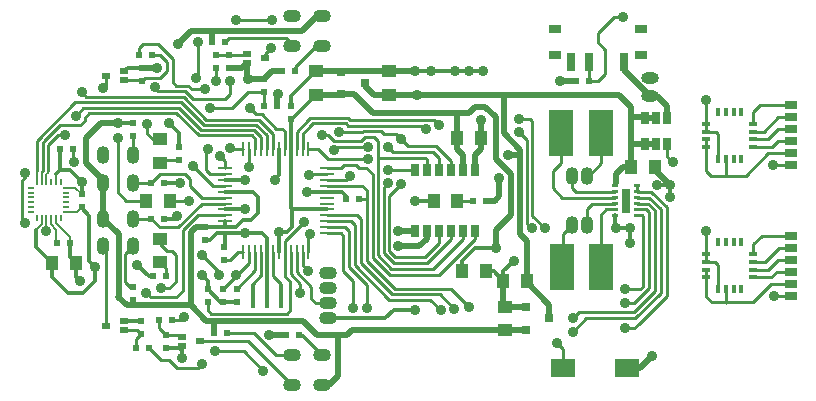
<source format=gtl>
G04 #@! TF.FileFunction,Copper,L1,Top,Signal*
%FSLAX46Y46*%
G04 Gerber Fmt 4.6, Leading zero omitted, Abs format (unit mm)*
G04 Created by KiCad (PCBNEW 4.0.0-rc2-stable) date 2016/07/16 8:54:14*
%MOMM*%
G01*
G04 APERTURE LIST*
%ADD10C,0.150000*%
%ADD11R,1.000000X1.250000*%
%ADD12R,0.600000X0.500000*%
%ADD13R,0.500000X0.600000*%
%ADD14R,1.250000X1.000000*%
%ADD15O,1.500000X1.100000*%
%ADD16O,1.100000X1.500000*%
%ADD17R,2.000000X3.900000*%
%ADD18O,1.500000X1.000000*%
%ADD19R,0.800000X1.000000*%
%ADD20R,1.000000X0.800000*%
%ADD21R,0.650000X1.060000*%
%ADD22R,0.700000X1.500000*%
%ADD23R,2.000000X1.600000*%
%ADD24R,0.500000X0.200000*%
%ADD25R,0.600000X0.200000*%
%ADD26R,0.200000X0.500000*%
%ADD27R,0.200000X0.600000*%
%ADD28R,0.250000X1.300000*%
%ADD29R,1.300000X0.250000*%
%ADD30R,0.800000X0.350000*%
%ADD31R,0.350000X0.800000*%
%ADD32R,0.400000X2.000000*%
%ADD33R,0.800000X0.500000*%
%ADD34R,0.800100X0.800100*%
%ADD35C,0.889000*%
%ADD36C,0.254000*%
%ADD37C,0.300000*%
%ADD38C,0.500000*%
%ADD39C,0.160000*%
G04 APERTURE END LIST*
D10*
D11*
X103394000Y-87731600D03*
X105394000Y-87731600D03*
D12*
X103793200Y-86106000D03*
X104893200Y-86106000D03*
D13*
X105918000Y-81949200D03*
X105918000Y-83049200D03*
X116332000Y-84730500D03*
X116332000Y-85830500D03*
X123634500Y-75543500D03*
X123634500Y-74443500D03*
D14*
X131953000Y-73517000D03*
X131953000Y-71517000D03*
D11*
X143621000Y-89281000D03*
X141621000Y-89281000D03*
D13*
X117983000Y-87545000D03*
X117983000Y-86445000D03*
D14*
X125730000Y-73517000D03*
X125730000Y-71517000D03*
X141732000Y-93456000D03*
X141732000Y-91456000D03*
D11*
X154416000Y-79629000D03*
X152416000Y-79629000D03*
X139684000Y-77216000D03*
X137684000Y-77216000D03*
X140128500Y-88455500D03*
X138128500Y-88455500D03*
D15*
X123761500Y-69405500D03*
X123761500Y-66865500D03*
D16*
X110286800Y-78638400D03*
X107746800Y-78638400D03*
X110286800Y-86360000D03*
X107746800Y-86360000D03*
D11*
X137715500Y-82486500D03*
X135715500Y-82486500D03*
D15*
X123748800Y-95554800D03*
X123748800Y-98094800D03*
D14*
X112522000Y-85715600D03*
X112522000Y-87715600D03*
D11*
X113369600Y-82499200D03*
X111369600Y-82499200D03*
D14*
X112522000Y-77282800D03*
X112522000Y-79282800D03*
D17*
X146493000Y-76791000D03*
X149922000Y-76791000D03*
X149860000Y-88138000D03*
X146558000Y-88138000D03*
D18*
X154051000Y-72079000D03*
X154051000Y-73606000D03*
D15*
X126746000Y-88646000D03*
X126746000Y-89916000D03*
X126746000Y-91186000D03*
X126746000Y-92456000D03*
D16*
X148717000Y-80391000D03*
X147447000Y-80391000D03*
X147447000Y-84582000D03*
X148717000Y-84582000D03*
D19*
X134112000Y-85090000D03*
X136144000Y-85090000D03*
X135128000Y-85090000D03*
X139192000Y-85090000D03*
X138176000Y-85090000D03*
X137160000Y-85090000D03*
X139192000Y-79883000D03*
X137160000Y-79883000D03*
X138176000Y-79883000D03*
X134112000Y-79883000D03*
X135128000Y-79883000D03*
X136144000Y-79883000D03*
D20*
X165989000Y-90551000D03*
X165989000Y-88519000D03*
X165989000Y-89535000D03*
X165989000Y-85471000D03*
X165989000Y-86487000D03*
X165989000Y-87503000D03*
X165989000Y-79502000D03*
X165989000Y-77470000D03*
X165989000Y-78486000D03*
X165989000Y-74422000D03*
X165989000Y-75438000D03*
X165989000Y-76454000D03*
D15*
X126238000Y-69405500D03*
X126238000Y-66865500D03*
D16*
X110286800Y-80975200D03*
X107746800Y-80975200D03*
X110286800Y-84023200D03*
X107746800Y-84023200D03*
D15*
X126238000Y-95554800D03*
X126238000Y-98094800D03*
D21*
X153609000Y-77681000D03*
X154559000Y-77681000D03*
X155509000Y-77681000D03*
X155509000Y-75481000D03*
X153609000Y-75481000D03*
X154559000Y-75481000D03*
D12*
X123994000Y-71501000D03*
X122894000Y-71501000D03*
D13*
X117284500Y-70125500D03*
X117284500Y-71225500D03*
X118364000Y-70125500D03*
X118364000Y-71225500D03*
D12*
X118088500Y-69024500D03*
X116988500Y-69024500D03*
X111819600Y-80975200D03*
X112919600Y-80975200D03*
X111903600Y-70154800D03*
X110803600Y-70154800D03*
D13*
X110998000Y-72330400D03*
X110998000Y-71230400D03*
X110236000Y-77004000D03*
X110236000Y-75904000D03*
D12*
X147786000Y-72390000D03*
X148886000Y-72390000D03*
X111819600Y-84023200D03*
X112919600Y-84023200D03*
X110549600Y-94996000D03*
X111649600Y-94996000D03*
D13*
X110947200Y-93768000D03*
X110947200Y-92668000D03*
D12*
X124298800Y-93878400D03*
X123198800Y-93878400D03*
D13*
X110236000Y-89772400D03*
X110236000Y-90872400D03*
D12*
X112480000Y-92557600D03*
X113580000Y-92557600D03*
D13*
X113030000Y-93836400D03*
X113030000Y-94936400D03*
D12*
X140186500Y-82486500D03*
X139086500Y-82486500D03*
X118202800Y-93726000D03*
X117102800Y-93726000D03*
X122470000Y-74485500D03*
X121370000Y-74485500D03*
D13*
X121348500Y-73321000D03*
X121348500Y-72221000D03*
X119062500Y-89937500D03*
X119062500Y-91037500D03*
X116586000Y-89975600D03*
X116586000Y-91075600D03*
D12*
X111972000Y-88900000D03*
X113072000Y-88900000D03*
D13*
X117919500Y-89937500D03*
X117919500Y-91037500D03*
D12*
X104047200Y-78130400D03*
X105147200Y-78130400D03*
X129391500Y-82359500D03*
X128291500Y-82359500D03*
D13*
X114198400Y-77986800D03*
X114198400Y-79086800D03*
D22*
X151856000Y-70767000D03*
X148856000Y-70767000D03*
X147356000Y-70767000D03*
D20*
X153256000Y-67917000D03*
X145956000Y-67917000D03*
X145956000Y-70117000D03*
X153256000Y-70117000D03*
D23*
X152052000Y-96647000D03*
X146652000Y-96647000D03*
D24*
X101624000Y-81423000D03*
D25*
X101624000Y-81823000D03*
X101624000Y-82223000D03*
X101624000Y-82623000D03*
X101624000Y-83023000D03*
D24*
X101624000Y-83423000D03*
D26*
X102124000Y-83923000D03*
D27*
X102524000Y-83923000D03*
X102924000Y-83923000D03*
X103324000Y-83923000D03*
X103724000Y-83923000D03*
D26*
X104124000Y-83923000D03*
D24*
X104624000Y-83423000D03*
D25*
X104624000Y-83023000D03*
X104624000Y-82623000D03*
X104624000Y-82223000D03*
X104624000Y-81823000D03*
D24*
X104624000Y-81423000D03*
D26*
X104124000Y-80923000D03*
D27*
X103724000Y-80923000D03*
X103324000Y-80923000D03*
X102924000Y-80923000D03*
X102524000Y-80923000D03*
D26*
X102124000Y-80923000D03*
D28*
X119614500Y-86836500D03*
X120114500Y-86836500D03*
X120614500Y-86836500D03*
X121114500Y-86836500D03*
X121614500Y-86836500D03*
X122114500Y-86836500D03*
X122614500Y-86836500D03*
X123114500Y-86836500D03*
X123614500Y-86836500D03*
X124114500Y-86836500D03*
X124614500Y-86836500D03*
X125114500Y-86836500D03*
D29*
X126714500Y-85236500D03*
X126714500Y-84736500D03*
X126714500Y-84236500D03*
X126714500Y-83736500D03*
X126714500Y-83236500D03*
X126714500Y-82736500D03*
X126714500Y-82236500D03*
X126714500Y-81736500D03*
X126714500Y-81236500D03*
X126714500Y-80736500D03*
X126714500Y-80236500D03*
X126714500Y-79736500D03*
D28*
X125114500Y-78136500D03*
X124614500Y-78136500D03*
X124114500Y-78136500D03*
X123614500Y-78136500D03*
X123114500Y-78136500D03*
X122614500Y-78136500D03*
X122114500Y-78136500D03*
X121614500Y-78136500D03*
X121114500Y-78136500D03*
X120614500Y-78136500D03*
X120114500Y-78136500D03*
X119614500Y-78136500D03*
D29*
X118014500Y-79736500D03*
X118014500Y-80236500D03*
X118014500Y-80736500D03*
X118014500Y-81236500D03*
X118014500Y-81736500D03*
X118014500Y-82236500D03*
X118014500Y-82736500D03*
X118014500Y-83236500D03*
X118014500Y-83736500D03*
X118014500Y-84236500D03*
X118014500Y-84736500D03*
X118014500Y-85236500D03*
D10*
G36*
X152719000Y-82361500D02*
X152719000Y-82111500D01*
X153219000Y-82111500D01*
X153219000Y-82361500D01*
X152719000Y-82361500D01*
X152719000Y-82361500D01*
G37*
G36*
X152719000Y-82861500D02*
X152719000Y-82611500D01*
X153219000Y-82611500D01*
X153219000Y-82861500D01*
X152719000Y-82861500D01*
X152719000Y-82861500D01*
G37*
G36*
X152719000Y-83361500D02*
X152719000Y-83111500D01*
X153219000Y-83111500D01*
X153219000Y-83361500D01*
X152719000Y-83361500D01*
X152719000Y-83361500D01*
G37*
G36*
X152719000Y-83861500D02*
X152719000Y-83611500D01*
X153219000Y-83611500D01*
X153219000Y-83861500D01*
X152719000Y-83861500D01*
X152719000Y-83861500D01*
G37*
G36*
X152719000Y-81861500D02*
X152719000Y-81611500D01*
X153219000Y-81611500D01*
X153219000Y-81861500D01*
X152719000Y-81861500D01*
X152719000Y-81861500D01*
G37*
G36*
X152719000Y-81361500D02*
X152719000Y-81111500D01*
X153219000Y-81111500D01*
X153219000Y-81361500D01*
X152719000Y-81361500D01*
X152719000Y-81361500D01*
G37*
G36*
X150819000Y-81361500D02*
X150819000Y-81111500D01*
X151319000Y-81111500D01*
X151319000Y-81361500D01*
X150819000Y-81361500D01*
X150819000Y-81361500D01*
G37*
G36*
X150819000Y-81861500D02*
X150819000Y-81611500D01*
X151319000Y-81611500D01*
X151319000Y-81861500D01*
X150819000Y-81861500D01*
X150819000Y-81861500D01*
G37*
G36*
X150819000Y-82361500D02*
X150819000Y-82111500D01*
X151319000Y-82111500D01*
X151319000Y-82361500D01*
X150819000Y-82361500D01*
X150819000Y-82361500D01*
G37*
G36*
X150819000Y-82861500D02*
X150819000Y-82611500D01*
X151319000Y-82611500D01*
X151319000Y-82861500D01*
X150819000Y-82861500D01*
X150819000Y-82861500D01*
G37*
G36*
X150819000Y-83361500D02*
X150819000Y-83111500D01*
X151319000Y-83111500D01*
X151319000Y-83361500D01*
X150819000Y-83361500D01*
X150819000Y-83361500D01*
G37*
G36*
X150819000Y-83861500D02*
X150819000Y-83611500D01*
X151319000Y-83611500D01*
X151319000Y-83861500D01*
X150819000Y-83861500D01*
X150819000Y-83861500D01*
G37*
G36*
X151669000Y-82836500D02*
X151669000Y-82136500D01*
X152369000Y-82136500D01*
X152369000Y-82836500D01*
X151669000Y-82836500D01*
X151669000Y-82836500D01*
G37*
G36*
X151669000Y-83536500D02*
X151669000Y-82836500D01*
X152369000Y-82836500D01*
X152369000Y-83536500D01*
X151669000Y-83536500D01*
X151669000Y-83536500D01*
G37*
G36*
X151669000Y-82236500D02*
X151669000Y-81536500D01*
X152369000Y-81536500D01*
X152369000Y-82236500D01*
X151669000Y-82236500D01*
X151669000Y-82236500D01*
G37*
D30*
X162782000Y-88986000D03*
X162782000Y-88336000D03*
X162782000Y-87686000D03*
X162782000Y-87036000D03*
D31*
X161757000Y-86011000D03*
X161107000Y-86011000D03*
X160457000Y-86011000D03*
X159807000Y-86011000D03*
D30*
X158782000Y-87036000D03*
X158782000Y-87686000D03*
X158782000Y-88336000D03*
X158782000Y-88986000D03*
D31*
X159807000Y-90011000D03*
X160457000Y-90011000D03*
X161107000Y-90011000D03*
X161757000Y-90011000D03*
D30*
X162782000Y-77937000D03*
X162782000Y-77287000D03*
X162782000Y-76637000D03*
X162782000Y-75987000D03*
D31*
X161757000Y-74962000D03*
X161107000Y-74962000D03*
X160457000Y-74962000D03*
X159807000Y-74962000D03*
D30*
X158782000Y-75987000D03*
X158782000Y-76637000D03*
X158782000Y-77287000D03*
X158782000Y-77937000D03*
D31*
X159807000Y-78962000D03*
X160457000Y-78962000D03*
X161107000Y-78962000D03*
X161757000Y-78962000D03*
D32*
X121602500Y-90551000D03*
X120402500Y-90551000D03*
X122802500Y-90551000D03*
D33*
X119888000Y-70802500D03*
X119888000Y-70040500D03*
X121412000Y-70421500D03*
X109524800Y-71551800D03*
X109524800Y-72313800D03*
X108000800Y-71932800D03*
X109524800Y-92684600D03*
X109524800Y-93446600D03*
X108000800Y-93065600D03*
X114401600Y-94767400D03*
X114401600Y-94005400D03*
X115925600Y-94386400D03*
D34*
X127904240Y-71567000D03*
X127904240Y-73467000D03*
X129903220Y-72517000D03*
X143525240Y-91506000D03*
X143525240Y-93406000D03*
X145524220Y-92456000D03*
D35*
X138684000Y-71475600D03*
X137566400Y-71475600D03*
X139903200Y-71475600D03*
X122275600Y-80772000D03*
X135509000Y-71501000D03*
X155702000Y-82194400D03*
X154635200Y-81178400D03*
X152349200Y-84785200D03*
X152349200Y-86055200D03*
X110642400Y-87934800D03*
X139700000Y-75692000D03*
X113334800Y-75895200D03*
X112268000Y-71272400D03*
X113995200Y-83769200D03*
X114249200Y-81026000D03*
X105765600Y-89306400D03*
X105918000Y-80873600D03*
X120015000Y-72199500D03*
X121818400Y-93878400D03*
X114401600Y-95808800D03*
X134112000Y-82486500D03*
X134175500Y-91757500D03*
X132715000Y-85090000D03*
X154178000Y-95631000D03*
X125031500Y-81724500D03*
X142494000Y-87566500D03*
X146431000Y-72390000D03*
X134112000Y-71501000D03*
X155702000Y-81153000D03*
X151130000Y-84772500D03*
X119761000Y-85217000D03*
X119761000Y-80772000D03*
X119761000Y-83185000D03*
X125120400Y-88442800D03*
X112623600Y-89916000D03*
X116128800Y-87122000D03*
X124409200Y-90322400D03*
X117551200Y-88798400D03*
X115011200Y-82499200D03*
X118491000Y-72326500D03*
X120142000Y-74676000D03*
X112115600Y-72898000D03*
X111455200Y-75996800D03*
X117602000Y-78740000D03*
X127698500Y-76708000D03*
X132969000Y-81089500D03*
X132969000Y-77279500D03*
X122631200Y-85140800D03*
X107086400Y-88138000D03*
X116128800Y-88798400D03*
X132715000Y-86360000D03*
X140970000Y-86487000D03*
X116586000Y-78105000D03*
X126301500Y-76962000D03*
X118491000Y-78041500D03*
X130175000Y-77914500D03*
X127317500Y-78232000D03*
X131826000Y-81026000D03*
X131826000Y-77914500D03*
X131826000Y-79883000D03*
X130175000Y-78994000D03*
X164541200Y-90525600D03*
X158800800Y-85090000D03*
X164490400Y-79502000D03*
X158800800Y-73964800D03*
X118973600Y-67208400D03*
X122047000Y-67183000D03*
X115773200Y-69088000D03*
X115316000Y-79552800D03*
X115570000Y-72085200D03*
X114096800Y-69189600D03*
X109016800Y-75895200D03*
X111404400Y-90322400D03*
X121310400Y-96875600D03*
X117246400Y-95250000D03*
X141287500Y-80581500D03*
X142049500Y-78613000D03*
X134302500Y-73533000D03*
X122555000Y-73469500D03*
X155956000Y-79248000D03*
X151765000Y-66929000D03*
X146177000Y-94551500D03*
X124764800Y-84277200D03*
X105410000Y-75285600D03*
X101142800Y-80111600D03*
X102920800Y-85090000D03*
X101092000Y-84378800D03*
X104546400Y-76911200D03*
X105918000Y-73304400D03*
X136334500Y-91757500D03*
X147510500Y-93599000D03*
X147510500Y-92456000D03*
X137477500Y-91630500D03*
X136144000Y-76073000D03*
X142938500Y-76644500D03*
X144018000Y-84836000D03*
X151892000Y-91122500D03*
X151892000Y-89979500D03*
X135064500Y-76454000D03*
X145161000Y-84836000D03*
X142951200Y-75539600D03*
X138684000Y-91503500D03*
X151892000Y-93281500D03*
X121983500Y-69532500D03*
X107746800Y-72948800D03*
X117284500Y-72326500D03*
X128651000Y-80391000D03*
X116332000Y-73050400D03*
X125158500Y-80327500D03*
X128930400Y-91592400D03*
X116128800Y-96316800D03*
X114604800Y-92303600D03*
X130048000Y-91592400D03*
X116776500Y-74676000D03*
X120078500Y-79629000D03*
X118973600Y-88798400D03*
X125222000Y-85293200D03*
X108966000Y-77165200D03*
X105308400Y-79197200D03*
D36*
X137715500Y-82486500D02*
X139086500Y-82486500D01*
D37*
X114401600Y-95808800D02*
X114401600Y-94767400D01*
X114401600Y-94767400D02*
X114232600Y-94936400D01*
X114232600Y-94936400D02*
X113030000Y-94936400D01*
X113030000Y-94936400D02*
X114232600Y-94936400D01*
X114232600Y-94936400D02*
X114401600Y-95105400D01*
X114401600Y-95105400D02*
X114401600Y-95808800D01*
X114232600Y-94936400D02*
X114401600Y-95105400D01*
X114401600Y-95105400D02*
X114401600Y-95808800D01*
X114232600Y-94936400D02*
X114401600Y-94767400D01*
X135509000Y-71501000D02*
X137541000Y-71501000D01*
X137541000Y-71501000D02*
X137566400Y-71475600D01*
X137566400Y-71475600D02*
X139903200Y-71475600D01*
X122275600Y-80772000D02*
X122174000Y-80772000D01*
X134112000Y-71501000D02*
X135509000Y-71501000D01*
X135509000Y-71501000D02*
X135534400Y-71475600D01*
X154635200Y-81178400D02*
X155676600Y-81178400D01*
X155702000Y-81153000D02*
X155702000Y-82194400D01*
X155702000Y-81203800D02*
X155702000Y-82194400D01*
X155676600Y-81178400D02*
X155702000Y-81203800D01*
X151130000Y-84772500D02*
X152336500Y-84772500D01*
X152336500Y-84772500D02*
X152349200Y-84785200D01*
X152349200Y-84785200D02*
X152349200Y-86055200D01*
X111607600Y-88900000D02*
X110642400Y-87934800D01*
X111972000Y-88900000D02*
X111607600Y-88900000D01*
D38*
X139684000Y-75708000D02*
X139700000Y-75692000D01*
X139684000Y-77216000D02*
X139684000Y-75708000D01*
D37*
X104047200Y-78130400D02*
X104047200Y-79899600D01*
X104047200Y-79899600D02*
X104089200Y-79857600D01*
X114198400Y-77986800D02*
X114198400Y-76758800D01*
X114198400Y-76758800D02*
X113334800Y-75895200D01*
D38*
X110998000Y-71230400D02*
X112226000Y-71230400D01*
X112226000Y-71230400D02*
X112268000Y-71272400D01*
D37*
X112919600Y-84023200D02*
X113741200Y-84023200D01*
X113741200Y-84023200D02*
X113995200Y-83769200D01*
X112919600Y-80975200D02*
X114198400Y-80975200D01*
X114198400Y-80975200D02*
X114249200Y-81026000D01*
X105394000Y-88934800D02*
X105765600Y-89306400D01*
X105394000Y-87731600D02*
X105394000Y-88934800D01*
X104893200Y-86106000D02*
X104893200Y-87230800D01*
X104893200Y-87230800D02*
X105394000Y-87731600D01*
D39*
X103724000Y-84369200D02*
X104893200Y-85538400D01*
D37*
X105918000Y-81949200D02*
X105918000Y-80873600D01*
X103733600Y-80213200D02*
X104089200Y-79857600D01*
X104089200Y-79857600D02*
X104902000Y-79857600D01*
X104902000Y-79857600D02*
X105918000Y-80873600D01*
D39*
X103724000Y-80213200D02*
X103724000Y-80923000D01*
D37*
X103724000Y-80213200D02*
X103733600Y-80213200D01*
D39*
X104624000Y-81423000D02*
X105391800Y-81423000D01*
X105391800Y-81423000D02*
X105918000Y-81949200D01*
X103724000Y-83923000D02*
X103724000Y-84369200D01*
X104893200Y-85538400D02*
X104893200Y-86106000D01*
D37*
X110998000Y-71230400D02*
X109846200Y-71230400D01*
X109846200Y-71230400D02*
X109524800Y-71551800D01*
X109524800Y-92684600D02*
X110930600Y-92684600D01*
X110930600Y-92684600D02*
X110947200Y-92668000D01*
D38*
X123198800Y-93878400D02*
X121818400Y-93878400D01*
X114232600Y-94936400D02*
X114401600Y-94767400D01*
X119888000Y-70802500D02*
X119888000Y-72072500D01*
X120015000Y-72199500D02*
X121370000Y-72199500D01*
X119888000Y-72072500D02*
X120015000Y-72199500D01*
X122894000Y-71501000D02*
X122068500Y-71501000D01*
X122068500Y-71501000D02*
X121370000Y-72199500D01*
X118364000Y-71225500D02*
X119465000Y-71225500D01*
X119465000Y-71225500D02*
X119888000Y-70802500D01*
D37*
X135715500Y-82486500D02*
X134112000Y-82486500D01*
X129222500Y-92456000D02*
X131635500Y-92456000D01*
X126746000Y-92456000D02*
X129222500Y-92456000D01*
X132334000Y-91757500D02*
X134175500Y-91757500D01*
X131635500Y-92456000D02*
X132334000Y-91757500D01*
X123634500Y-74443500D02*
X123634500Y-73612500D01*
X123634500Y-73612500D02*
X125730000Y-71517000D01*
X118014500Y-85236500D02*
X117392000Y-85236500D01*
X117392000Y-85236500D02*
X116798000Y-85830500D01*
X116798000Y-85830500D02*
X116332000Y-85830500D01*
X118014500Y-85236500D02*
X118014500Y-86413500D01*
X118014500Y-86413500D02*
X117983000Y-86445000D01*
D38*
X134112000Y-85090000D02*
X132715000Y-85090000D01*
X153162000Y-96647000D02*
X154178000Y-95631000D01*
X152052000Y-96647000D02*
X153162000Y-96647000D01*
D37*
X125043500Y-81736500D02*
X126714500Y-81736500D01*
X125043500Y-81736500D02*
X125031500Y-81724500D01*
X126714500Y-81736500D02*
X127964500Y-81736500D01*
X128291500Y-82063500D02*
X128291500Y-82359500D01*
X127964500Y-81736500D02*
X128291500Y-82063500D01*
X140128500Y-88455500D02*
X140795500Y-88455500D01*
X140795500Y-88455500D02*
X141621000Y-89281000D01*
X141621000Y-89281000D02*
X141621000Y-88439500D01*
X141621000Y-88439500D02*
X142494000Y-87566500D01*
D38*
X147786000Y-72390000D02*
X146431000Y-72390000D01*
X134112000Y-71501000D02*
X131969000Y-71501000D01*
D37*
X151069000Y-83736500D02*
X151069000Y-84711500D01*
D38*
X155702000Y-81153000D02*
X154416000Y-79867000D01*
D37*
X151069000Y-84711500D02*
X151130000Y-84772500D01*
X122614500Y-78136500D02*
X122614500Y-80331500D01*
X119725500Y-80736500D02*
X119761000Y-80772000D01*
X119725500Y-80736500D02*
X118014500Y-80736500D01*
X122614500Y-80331500D02*
X122174000Y-80772000D01*
X121614500Y-86836500D02*
X121614500Y-85673500D01*
X119741500Y-85236500D02*
X119761000Y-85217000D01*
X119741500Y-85236500D02*
X118014500Y-85236500D01*
X121158000Y-85217000D02*
X119761000Y-85217000D01*
X121614500Y-85673500D02*
X121158000Y-85217000D01*
X118014500Y-83236500D02*
X119709500Y-83236500D01*
X119709500Y-83236500D02*
X119761000Y-83185000D01*
X121614500Y-86836500D02*
X121614500Y-90539000D01*
X121614500Y-90539000D02*
X121602500Y-90551000D01*
D38*
X141621000Y-91345000D02*
X141621000Y-89281000D01*
X141782000Y-91506000D02*
X141621000Y-91345000D01*
X143525240Y-91506000D02*
X141782000Y-91506000D01*
X139192000Y-79883000D02*
X139192000Y-78613000D01*
X139684000Y-78121000D02*
X139684000Y-77216000D01*
X139192000Y-78613000D02*
X139684000Y-78121000D01*
X125730000Y-71517000D02*
X127854240Y-71517000D01*
X127854240Y-71517000D02*
X131953000Y-71517000D01*
X131953000Y-71517000D02*
X131969000Y-71501000D01*
X154416000Y-79629000D02*
X154416000Y-79867000D01*
D36*
X112522000Y-85715600D02*
X112522000Y-86156800D01*
X112522000Y-86156800D02*
X113131600Y-86766400D01*
X113131600Y-86766400D02*
X113588800Y-86766400D01*
X113588800Y-86766400D02*
X113893600Y-87071200D01*
X113893600Y-87071200D02*
X113893600Y-89357200D01*
X113893600Y-89357200D02*
X113334800Y-89916000D01*
X113334800Y-89916000D02*
X112623600Y-89916000D01*
X124614500Y-86836500D02*
X124614500Y-87936900D01*
X124614500Y-87936900D02*
X125120400Y-88442800D01*
X117551200Y-88544400D02*
X116128800Y-87122000D01*
X123614500Y-86836500D02*
X123614500Y-88714900D01*
X124409200Y-89509600D02*
X124409200Y-90322400D01*
X123614500Y-88714900D02*
X124409200Y-89509600D01*
X117551200Y-88798400D02*
X117551200Y-88544400D01*
X115011200Y-82499200D02*
X113369600Y-82499200D01*
X115468400Y-73863200D02*
X115366800Y-73863200D01*
X115468400Y-73863200D02*
X118059200Y-73863200D01*
X118059200Y-73863200D02*
X118491000Y-73431400D01*
X118491000Y-73431400D02*
X118491000Y-72326500D01*
X121158000Y-75184000D02*
X120650000Y-75184000D01*
X122364500Y-76390500D02*
X121158000Y-75184000D01*
X123114500Y-78136500D02*
X123114500Y-76632500D01*
X123114500Y-76632500D02*
X122872500Y-76390500D01*
X122872500Y-76390500D02*
X122364500Y-76390500D01*
X120650000Y-75184000D02*
X120142000Y-74676000D01*
X112420400Y-73202800D02*
X112115600Y-72898000D01*
X114706400Y-73202800D02*
X112420400Y-73202800D01*
X115366800Y-73863200D02*
X114706400Y-73202800D01*
X112306100Y-73088500D02*
X112115600Y-72898000D01*
X111455200Y-76809600D02*
X111928400Y-77282800D01*
X111455200Y-75996800D02*
X111455200Y-76809600D01*
X111928400Y-77282800D02*
X112522000Y-77282800D01*
X146625500Y-82236500D02*
X151069000Y-82236500D01*
X146493000Y-76791000D02*
X146493000Y-79313000D01*
X145796000Y-81407000D02*
X146625500Y-82236500D01*
X145796000Y-80010000D02*
X145796000Y-81407000D01*
X146493000Y-79313000D02*
X145796000Y-80010000D01*
X148717000Y-80391000D02*
X148844000Y-80391000D01*
X148844000Y-80391000D02*
X149922000Y-79313000D01*
X149922000Y-79313000D02*
X149922000Y-76791000D01*
X149860000Y-88138000D02*
X149860000Y-83693000D01*
X150316500Y-83236500D02*
X151069000Y-83236500D01*
X149860000Y-83693000D02*
X150316500Y-83236500D01*
X146685000Y-85344000D02*
X146685000Y-88011000D01*
X146685000Y-88011000D02*
X146558000Y-88138000D01*
X147447000Y-84582000D02*
X146685000Y-85344000D01*
X127698500Y-76708000D02*
X129667000Y-76708000D01*
X129794000Y-76581000D02*
X131254500Y-76581000D01*
X129667000Y-76708000D02*
X129794000Y-76581000D01*
X118014500Y-79152500D02*
X117602000Y-78740000D01*
X118014500Y-79736500D02*
X118014500Y-79152500D01*
X132524500Y-76835000D02*
X132969000Y-77279500D01*
X131254500Y-76581000D02*
X131508500Y-76835000D01*
X131508500Y-76835000D02*
X132524500Y-76835000D01*
X127698500Y-76708000D02*
X127889000Y-76517500D01*
X131953000Y-82105500D02*
X132969000Y-81089500D01*
X132461000Y-87249000D02*
X131953000Y-86741000D01*
X136144000Y-85090000D02*
X136144000Y-86106000D01*
X136144000Y-86106000D02*
X135001000Y-87249000D01*
X135001000Y-87249000D02*
X132461000Y-87249000D01*
X131953000Y-86741000D02*
X131953000Y-82105500D01*
X133540500Y-77851000D02*
X132969000Y-77279500D01*
X137160000Y-79121000D02*
X137160000Y-79883000D01*
X137160000Y-79121000D02*
X135890000Y-77851000D01*
X135890000Y-77851000D02*
X133540500Y-77851000D01*
D37*
X137718800Y-75057000D02*
X137718800Y-77181200D01*
X137718800Y-77181200D02*
X137684000Y-77216000D01*
X116586000Y-89255600D02*
X116586000Y-89975600D01*
X116128800Y-88798400D02*
X116586000Y-89255600D01*
X107086400Y-88138000D02*
X107086400Y-89255600D01*
X107086400Y-89255600D02*
X106070400Y-90271600D01*
X106070400Y-90271600D02*
X104749600Y-90271600D01*
X103394000Y-88916000D02*
X103394000Y-87731600D01*
X103394000Y-88916000D02*
X104749600Y-90271600D01*
X107086400Y-88138000D02*
X106578400Y-87630000D01*
X106578400Y-83769200D02*
X105918000Y-83108800D01*
X106578400Y-83769200D02*
X106578400Y-87630000D01*
X105918000Y-83049200D02*
X105918000Y-83108800D01*
X102057200Y-84937600D02*
X102057200Y-86394800D01*
X102057200Y-86394800D02*
X103394000Y-87731600D01*
D39*
X102524000Y-83923000D02*
X102524000Y-84470800D01*
X102524000Y-84470800D02*
X102057200Y-84937600D01*
X104624000Y-83423000D02*
X105544200Y-83423000D01*
X105544200Y-83423000D02*
X105918000Y-83049200D01*
D37*
X117919500Y-91037500D02*
X117647900Y-91037500D01*
X117647900Y-91037500D02*
X116586000Y-89975600D01*
X122631200Y-85140800D02*
X123266200Y-85140800D01*
X123266200Y-85140800D02*
X123698000Y-84709000D01*
X123698000Y-83185000D02*
X123698000Y-84709000D01*
X122614500Y-85157500D02*
X122631200Y-85140800D01*
X122614500Y-85157500D02*
X122614500Y-85801200D01*
D38*
X140970000Y-77152500D02*
X140970000Y-78930500D01*
X137684000Y-75057000D02*
X137718800Y-75057000D01*
X137718800Y-75057000D02*
X138684000Y-75057000D01*
X140081000Y-74549000D02*
X140970000Y-75438000D01*
X139192000Y-74549000D02*
X140081000Y-74549000D01*
X138684000Y-75057000D02*
X139192000Y-74549000D01*
X140970000Y-75438000D02*
X140970000Y-77152500D01*
X142240000Y-80200500D02*
X142240000Y-83693000D01*
X140970000Y-78930500D02*
X142240000Y-80200500D01*
X140970000Y-86233000D02*
X140970000Y-86487000D01*
X142240000Y-83693000D02*
X140970000Y-84963000D01*
X140970000Y-84963000D02*
X140970000Y-86360000D01*
X140970000Y-86233000D02*
X140970000Y-86360000D01*
X142303500Y-83629500D02*
X142240000Y-83693000D01*
D37*
X117919500Y-91037500D02*
X119062500Y-91037500D01*
X138128500Y-88455500D02*
X138128500Y-87614000D01*
X138128500Y-87614000D02*
X139255500Y-86487000D01*
X139255500Y-86487000D02*
X140970000Y-86487000D01*
X123614500Y-78136500D02*
X123614500Y-75632500D01*
X123614500Y-75632500D02*
X125730000Y-73517000D01*
X122614500Y-86836500D02*
X122614500Y-85801200D01*
X122614500Y-85801200D02*
X122614500Y-85792500D01*
X126663000Y-83185000D02*
X123698000Y-83185000D01*
X123614500Y-83101500D02*
X123698000Y-83185000D01*
X123614500Y-83101500D02*
X123614500Y-78136500D01*
X126663000Y-83185000D02*
X126714500Y-83236500D01*
D38*
X135128000Y-85090000D02*
X135128000Y-85725000D01*
X135128000Y-85725000D02*
X134493000Y-86360000D01*
X134493000Y-86360000D02*
X132715000Y-86360000D01*
X137684000Y-75835000D02*
X137684000Y-75057000D01*
X137684000Y-75835000D02*
X137684000Y-78121000D01*
X137684000Y-78121000D02*
X138176000Y-78613000D01*
X138176000Y-79883000D02*
X138176000Y-78613000D01*
X137684000Y-75057000D02*
X137795000Y-75057000D01*
X136906000Y-75057000D02*
X137795000Y-75057000D01*
X128966000Y-73467000D02*
X130556000Y-75057000D01*
X130556000Y-75057000D02*
X136906000Y-75057000D01*
X127904240Y-73467000D02*
X128966000Y-73467000D01*
X125730000Y-73517000D02*
X127854240Y-73517000D01*
X127854240Y-73517000D02*
X127904240Y-73467000D01*
D36*
X126714500Y-79736500D02*
X127908500Y-79736500D01*
X130028500Y-79736500D02*
X130556000Y-80264000D01*
X130556000Y-80264000D02*
X130556000Y-82042000D01*
X136144000Y-88773000D02*
X132016500Y-88773000D01*
X139192000Y-85725000D02*
X136144000Y-88773000D01*
X139192000Y-85725000D02*
X139192000Y-85090000D01*
X130556000Y-87312500D02*
X130556000Y-82042000D01*
X132016500Y-88773000D02*
X130556000Y-87312500D01*
X129393500Y-79736500D02*
X130028500Y-79736500D01*
X129159000Y-79502000D02*
X129393500Y-79736500D01*
X128143000Y-79502000D02*
X129159000Y-79502000D01*
X127908500Y-79736500D02*
X128143000Y-79502000D01*
X126301500Y-76962000D02*
X126746000Y-76962000D01*
X118014500Y-80236500D02*
X116812500Y-80236500D01*
X116459000Y-78232000D02*
X116586000Y-78105000D01*
X116459000Y-79883000D02*
X116459000Y-78232000D01*
X116812500Y-80236500D02*
X116459000Y-79883000D01*
X130683000Y-77089000D02*
X131000500Y-77406500D01*
X129921000Y-77089000D02*
X130683000Y-77089000D01*
X129540000Y-77470000D02*
X129921000Y-77089000D01*
X127254000Y-77470000D02*
X129540000Y-77470000D01*
X126746000Y-76962000D02*
X127254000Y-77470000D01*
X131000500Y-78867000D02*
X131000500Y-77406500D01*
X131000500Y-78867000D02*
X135001000Y-78867000D01*
X135128000Y-78994000D02*
X135001000Y-78867000D01*
X135128000Y-78994000D02*
X135128000Y-79883000D01*
X131000500Y-78867000D02*
X131064000Y-78867000D01*
X131064000Y-78867000D02*
X131000500Y-78867000D01*
X131000500Y-82042000D02*
X131000500Y-78867000D01*
X132143500Y-88265000D02*
X131000500Y-87122000D01*
X131000500Y-87122000D02*
X131000500Y-82042000D01*
X138176000Y-85090000D02*
X138176000Y-85725000D01*
X138176000Y-85725000D02*
X135636000Y-88265000D01*
X135636000Y-88265000D02*
X132143500Y-88265000D01*
X119614500Y-78136500D02*
X118586000Y-78136500D01*
X118586000Y-78136500D02*
X118491000Y-78041500D01*
X127635000Y-77914500D02*
X130175000Y-77914500D01*
X127317500Y-78232000D02*
X127635000Y-77914500D01*
X131508500Y-81343500D02*
X131826000Y-81026000D01*
X132334000Y-87757000D02*
X131508500Y-86931500D01*
X131508500Y-86931500D02*
X131508500Y-81978500D01*
X137160000Y-85090000D02*
X137160000Y-85725000D01*
X137160000Y-85725000D02*
X135128000Y-87757000D01*
X135128000Y-87757000D02*
X132334000Y-87757000D01*
X131508500Y-81978500D02*
X131508500Y-81343500D01*
X132270500Y-78359000D02*
X131826000Y-77914500D01*
X136144000Y-78867000D02*
X136144000Y-79883000D01*
X136144000Y-78867000D02*
X135636000Y-78359000D01*
X135636000Y-78359000D02*
X132270500Y-78359000D01*
X125114500Y-78136500D02*
X125952000Y-78136500D01*
X131826000Y-79883000D02*
X134112000Y-79883000D01*
X126809500Y-78994000D02*
X130175000Y-78994000D01*
X125952000Y-78136500D02*
X126809500Y-78994000D01*
X160457000Y-90011000D02*
X160457000Y-91084400D01*
X160477200Y-91135200D02*
X160477200Y-91084400D01*
X160477200Y-91104600D02*
X160477200Y-91135200D01*
X160457000Y-91084400D02*
X160477200Y-91104600D01*
X165989000Y-89535000D02*
X164312600Y-89535000D01*
X158782000Y-90608400D02*
X158782000Y-88336000D01*
X159258000Y-91084400D02*
X158782000Y-90608400D01*
X162763200Y-91084400D02*
X160477200Y-91084400D01*
X160477200Y-91084400D02*
X159258000Y-91084400D01*
X164312600Y-89535000D02*
X162763200Y-91084400D01*
X165989000Y-88519000D02*
X164769800Y-88519000D01*
X164302800Y-88986000D02*
X162782000Y-88986000D01*
X164769800Y-88519000D02*
X164302800Y-88986000D01*
X159807000Y-90011000D02*
X159807000Y-87925000D01*
X159568000Y-87686000D02*
X158782000Y-87686000D01*
X159807000Y-87925000D02*
X159568000Y-87686000D01*
X158782000Y-87036000D02*
X158782000Y-85108800D01*
X164566600Y-90551000D02*
X164541200Y-90525600D01*
X164566600Y-90551000D02*
X165989000Y-90551000D01*
X158782000Y-85108800D02*
X158800800Y-85090000D01*
X158782000Y-87686000D02*
X158782000Y-87036000D01*
X165989000Y-85471000D02*
X163499800Y-85471000D01*
X162782000Y-86188800D02*
X162782000Y-87036000D01*
X163499800Y-85471000D02*
X162782000Y-86188800D01*
X165989000Y-86487000D02*
X164973000Y-86487000D01*
X163774000Y-87686000D02*
X162782000Y-87686000D01*
X164973000Y-86487000D02*
X163774000Y-87686000D01*
X165989000Y-87503000D02*
X164871400Y-87503000D01*
X164038400Y-88336000D02*
X162782000Y-88336000D01*
X164871400Y-87503000D02*
X164038400Y-88336000D01*
X158782000Y-77287000D02*
X158782000Y-77937000D01*
X158782000Y-77937000D02*
X158782000Y-79940400D01*
X160457000Y-78962000D02*
X160457000Y-80365600D01*
X160457000Y-80365600D02*
X160426400Y-80365600D01*
X165989000Y-78486000D02*
X164033200Y-78486000D01*
X158782000Y-79940400D02*
X158782000Y-77287000D01*
X159207200Y-80365600D02*
X158782000Y-79940400D01*
X162153600Y-80365600D02*
X160426400Y-80365600D01*
X160426400Y-80365600D02*
X159207200Y-80365600D01*
X164033200Y-78486000D02*
X162153600Y-80365600D01*
X165989000Y-77470000D02*
X164846000Y-77470000D01*
X164379000Y-77937000D02*
X162782000Y-77937000D01*
X164846000Y-77470000D02*
X164379000Y-77937000D01*
X159807000Y-78962000D02*
X159807000Y-76850600D01*
X159593400Y-76637000D02*
X158782000Y-76637000D01*
X159807000Y-76850600D02*
X159593400Y-76637000D01*
X158782000Y-75987000D02*
X158782000Y-73983600D01*
X164490400Y-79502000D02*
X165989000Y-79502000D01*
X158782000Y-73983600D02*
X158800800Y-73964800D01*
X158782000Y-76637000D02*
X158782000Y-75987000D01*
X165989000Y-74422000D02*
X163322000Y-74422000D01*
X162782000Y-74962000D02*
X162782000Y-75987000D01*
X163322000Y-74422000D02*
X162782000Y-74962000D01*
X165989000Y-75438000D02*
X164846000Y-75438000D01*
X163647000Y-76637000D02*
X162782000Y-76637000D01*
X164846000Y-75438000D02*
X163647000Y-76637000D01*
X162782000Y-77287000D02*
X164013000Y-77287000D01*
X164846000Y-76454000D02*
X165989000Y-76454000D01*
X164013000Y-77287000D02*
X164846000Y-76454000D01*
X118973600Y-67208400D02*
X118999000Y-67183000D01*
X118999000Y-67183000D02*
X122047000Y-67183000D01*
X117050500Y-81236500D02*
X118014500Y-81236500D01*
X115366800Y-79552800D02*
X115316000Y-79552800D01*
X117050500Y-81236500D02*
X115366800Y-79552800D01*
X115773200Y-71882000D02*
X115773200Y-69088000D01*
X115570000Y-72085200D02*
X115773200Y-71882000D01*
X126238000Y-69405500D02*
X125730000Y-69405500D01*
X125730000Y-69405500D02*
X123994000Y-71141500D01*
X123994000Y-71141500D02*
X123994000Y-71501000D01*
D37*
X110236000Y-90872400D02*
X110236000Y-91135200D01*
X110236000Y-91135200D02*
X110439200Y-91338400D01*
D38*
X115573900Y-84730500D02*
X116332000Y-84730500D01*
X115163600Y-85140800D02*
X115573900Y-84730500D01*
X115163600Y-91338400D02*
X115163600Y-85140800D01*
X115150900Y-68135500D02*
X114096800Y-69189600D01*
X115150900Y-68135500D02*
X116988500Y-68135500D01*
X107746800Y-80975200D02*
X107746800Y-80772000D01*
X107746800Y-80772000D02*
X106273600Y-79298800D01*
X107594400Y-75895200D02*
X109016800Y-75895200D01*
X106273600Y-77216000D02*
X107594400Y-75895200D01*
X106273600Y-79298800D02*
X106273600Y-77216000D01*
X109042200Y-89941400D02*
X109042200Y-90652600D01*
X109042200Y-90652600D02*
X109016800Y-90627200D01*
X111150400Y-91338400D02*
X110794800Y-91338400D01*
X110794800Y-91338400D02*
X110439200Y-91338400D01*
X110439200Y-91338400D02*
X109728000Y-91338400D01*
X111150400Y-91338400D02*
X115163600Y-91338400D01*
X109728000Y-91338400D02*
X109016800Y-90627200D01*
X109042200Y-89941400D02*
X109042200Y-85318600D01*
X109042200Y-85318600D02*
X107746800Y-84023200D01*
X107746800Y-84023200D02*
X107746800Y-80975200D01*
D37*
X109076400Y-89907200D02*
X109042200Y-89941400D01*
X109042200Y-89941400D02*
X109016800Y-89966800D01*
X109016800Y-89907200D02*
X108957200Y-89966800D01*
X110236000Y-75904000D02*
X109025600Y-75904000D01*
X109025600Y-75904000D02*
X109016800Y-75895200D01*
X118014500Y-81736500D02*
X120395300Y-81736500D01*
X118971500Y-84736500D02*
X119583200Y-84124800D01*
X119583200Y-84124800D02*
X120294400Y-84124800D01*
X120294400Y-84124800D02*
X120853200Y-83566000D01*
X120853200Y-83566000D02*
X120853200Y-82194400D01*
X118971500Y-84736500D02*
X118014500Y-84736500D01*
X120395300Y-81736500D02*
X120853200Y-82194400D01*
D38*
X117102800Y-92659200D02*
X116484400Y-92659200D01*
X116484400Y-92659200D02*
X115163600Y-91338400D01*
X117102800Y-93726000D02*
X117102800Y-92659200D01*
X117094000Y-92760800D02*
X117094000Y-92659200D01*
X117094000Y-92668000D02*
X117094000Y-92760800D01*
X117102800Y-92659200D02*
X117094000Y-92668000D01*
X117094000Y-92659200D02*
X121361200Y-92659200D01*
X125882400Y-93878400D02*
X124663200Y-92659200D01*
X124663200Y-92659200D02*
X121361200Y-92659200D01*
X125882400Y-93878400D02*
X127660400Y-93878400D01*
X126238000Y-98094800D02*
X126898400Y-98094800D01*
X126898400Y-98094800D02*
X127660400Y-97332800D01*
X127660400Y-97332800D02*
X127660400Y-93878400D01*
X127660400Y-93878400D02*
X127660400Y-93853000D01*
X128397000Y-93853000D02*
X127660400Y-93853000D01*
X128794000Y-93456000D02*
X128397000Y-93853000D01*
X141732000Y-93456000D02*
X128794000Y-93456000D01*
X116988500Y-69024500D02*
X116988500Y-68135500D01*
X116967000Y-68199000D02*
X116967000Y-68135500D01*
X116967000Y-68157000D02*
X116967000Y-68199000D01*
X116988500Y-68135500D02*
X116967000Y-68157000D01*
X118999000Y-68135500D02*
X116967000Y-68135500D01*
X124587000Y-68135500D02*
X118999000Y-68135500D01*
X125857000Y-66865500D02*
X124587000Y-68135500D01*
X126238000Y-66865500D02*
X125857000Y-66865500D01*
D37*
X118014500Y-84736500D02*
X116338000Y-84736500D01*
X116338000Y-84736500D02*
X116332000Y-84730500D01*
X118014500Y-84736500D02*
X118014500Y-84236500D01*
D38*
X141782000Y-93406000D02*
X141732000Y-93456000D01*
X143525240Y-93406000D02*
X141782000Y-93406000D01*
D36*
X118014500Y-82236500D02*
X116069300Y-82236500D01*
X112530800Y-80264000D02*
X111819600Y-80975200D01*
X114706400Y-80264000D02*
X112530800Y-80264000D01*
X115112800Y-80670400D02*
X114706400Y-80264000D01*
X115112800Y-81280000D02*
X115112800Y-80670400D01*
X116069300Y-82236500D02*
X115112800Y-81280000D01*
X110286800Y-80975200D02*
X111819600Y-80975200D01*
X118014500Y-82736500D02*
X116094700Y-82736500D01*
X112530800Y-84734400D02*
X111819600Y-84023200D01*
X114096800Y-84734400D02*
X112530800Y-84734400D01*
X116094700Y-82736500D02*
X114096800Y-84734400D01*
X110286800Y-84023200D02*
X111819600Y-84023200D01*
X118014500Y-83736500D02*
X115755100Y-83736500D01*
X111404400Y-90322400D02*
X111760000Y-90678000D01*
X111760000Y-90678000D02*
X113944400Y-90678000D01*
X113944400Y-90678000D02*
X114503200Y-90119200D01*
X114503200Y-90119200D02*
X114503200Y-88696800D01*
X121310400Y-96875600D02*
X119684800Y-95250000D01*
X119684800Y-95250000D02*
X117246400Y-95250000D01*
X114503200Y-88696800D02*
X114503200Y-85699600D01*
X114503200Y-84988400D02*
X114503200Y-85699600D01*
X115755100Y-83736500D02*
X114503200Y-84988400D01*
X124298800Y-93878400D02*
X124561600Y-93878400D01*
X124561600Y-93878400D02*
X126238000Y-95554800D01*
D38*
X140186500Y-82486500D02*
X140881100Y-82486500D01*
X142049500Y-78613000D02*
X143065500Y-78613000D01*
X141287500Y-82080100D02*
X141287500Y-80581500D01*
X140881100Y-82486500D02*
X141287500Y-82080100D01*
X122470000Y-74485500D02*
X122470000Y-73554500D01*
X122470000Y-73554500D02*
X122555000Y-73469500D01*
X131953000Y-73517000D02*
X134286500Y-73517000D01*
X135763000Y-73533000D02*
X141668500Y-73533000D01*
X134302500Y-73533000D02*
X135763000Y-73533000D01*
X134286500Y-73517000D02*
X134302500Y-73533000D01*
X143065500Y-78613000D02*
X142875000Y-78613000D01*
X142875000Y-78613000D02*
X143065500Y-78613000D01*
X141668500Y-73533000D02*
X141668500Y-76771500D01*
X143621000Y-85899500D02*
X143621000Y-89281000D01*
X143065500Y-85344000D02*
X143621000Y-85899500D01*
X143065500Y-78168500D02*
X143065500Y-78613000D01*
X143065500Y-78613000D02*
X143065500Y-85344000D01*
X141668500Y-76771500D02*
X143065500Y-78168500D01*
X143621000Y-89281000D02*
X143621000Y-89392000D01*
X143621000Y-89392000D02*
X145524220Y-91295220D01*
X145524220Y-91295220D02*
X145524220Y-92456000D01*
X143621000Y-73533000D02*
X143510000Y-73533000D01*
X141668500Y-73533000D02*
X143510000Y-73533000D01*
X143510000Y-73533000D02*
X144272000Y-73533000D01*
X152416000Y-74565000D02*
X152416000Y-75311000D01*
X152416000Y-74565000D02*
X151384000Y-73533000D01*
X151384000Y-73533000D02*
X144272000Y-73533000D01*
X131969000Y-73533000D02*
X130683000Y-73533000D01*
X130683000Y-73533000D02*
X129903220Y-72753220D01*
X129903220Y-72753220D02*
X129903220Y-72517000D01*
X152416000Y-79629000D02*
X151765000Y-79629000D01*
X151130000Y-80264000D02*
X151130000Y-81026000D01*
X151765000Y-79629000D02*
X151130000Y-80264000D01*
X152908000Y-75438000D02*
X152416000Y-75438000D01*
X152416000Y-75438000D02*
X152527000Y-75327000D01*
X152527000Y-75327000D02*
X152527000Y-75311000D01*
X152527000Y-75311000D02*
X152416000Y-75311000D01*
X153566000Y-75438000D02*
X152908000Y-75438000D01*
X152416000Y-75946000D02*
X152416000Y-75311000D01*
X154559000Y-77681000D02*
X153609000Y-77681000D01*
X153609000Y-77681000D02*
X153566000Y-77724000D01*
X153566000Y-77724000D02*
X152416000Y-77724000D01*
X154559000Y-75481000D02*
X153609000Y-75481000D01*
X153609000Y-75481000D02*
X153566000Y-75438000D01*
X152416000Y-75930000D02*
X152416000Y-75946000D01*
X152416000Y-75946000D02*
X152416000Y-77724000D01*
X152416000Y-77724000D02*
X152416000Y-79629000D01*
D36*
X148886000Y-72390000D02*
X149606000Y-72390000D01*
X155509000Y-78801000D02*
X155509000Y-77681000D01*
X155956000Y-79248000D02*
X155509000Y-78801000D01*
X151003000Y-66929000D02*
X151765000Y-66929000D01*
X149606000Y-68326000D02*
X151003000Y-66929000D01*
X149606000Y-69088000D02*
X149606000Y-68326000D01*
X150241000Y-69723000D02*
X149606000Y-69088000D01*
X150241000Y-71755000D02*
X150241000Y-69723000D01*
X149606000Y-72390000D02*
X150241000Y-71755000D01*
X148856000Y-72360000D02*
X148886000Y-72390000D01*
X148856000Y-70767000D02*
X148856000Y-72360000D01*
X116586000Y-91075600D02*
X116586000Y-91744800D01*
X123114500Y-88875300D02*
X123596400Y-89357200D01*
X123596400Y-89357200D02*
X123596400Y-91744800D01*
X123596400Y-91744800D02*
X123291600Y-92049600D01*
X123291600Y-92049600D02*
X116890800Y-92049600D01*
X123114500Y-88875300D02*
X123114500Y-86836500D01*
X116586000Y-91744800D02*
X116890800Y-92049600D01*
X123748800Y-85293200D02*
X124764800Y-84277200D01*
X123114500Y-86836500D02*
X123114500Y-85927500D01*
X123114500Y-85927500D02*
X123748800Y-85293200D01*
X146652000Y-95026500D02*
X146177000Y-94551500D01*
X146652000Y-95026500D02*
X146652000Y-96647000D01*
X112420400Y-74625200D02*
X114147600Y-74625200D01*
X101142800Y-80518000D02*
X100838000Y-80822800D01*
X100838000Y-80822800D02*
X100838000Y-84124800D01*
X100838000Y-84124800D02*
X101092000Y-84378800D01*
X106426000Y-74625200D02*
X106070400Y-74625200D01*
X112420400Y-74625200D02*
X106426000Y-74625200D01*
X106070400Y-74625200D02*
X105410000Y-75285600D01*
X101142800Y-80111600D02*
X101142800Y-80518000D01*
D39*
X102924000Y-85086800D02*
X102920800Y-85090000D01*
X102924000Y-83923000D02*
X102924000Y-85086800D01*
D36*
X116039900Y-76517500D02*
X116484400Y-76517500D01*
X114147600Y-74625200D02*
X116039900Y-76517500D01*
X121114500Y-78136500D02*
X121114500Y-77109000D01*
X120523000Y-76517500D02*
X116484400Y-76517500D01*
X116484400Y-76517500D02*
X116459000Y-76517500D01*
X121114500Y-77109000D02*
X120523000Y-76517500D01*
D39*
X103784400Y-86097200D02*
X103784400Y-85496400D01*
X103324000Y-84477200D02*
X103784400Y-84937600D01*
X103784400Y-84937600D02*
X103784400Y-85496400D01*
X103324000Y-84477200D02*
X103324000Y-83923000D01*
X103784400Y-86097200D02*
X103793200Y-86106000D01*
D36*
X112776000Y-73710800D02*
X114541300Y-73710800D01*
D39*
X102924000Y-80260800D02*
X103073200Y-80111600D01*
X103073200Y-80111600D02*
X103073200Y-79959200D01*
D36*
X104546400Y-76911200D02*
X103936800Y-76911200D01*
X106426000Y-73710800D02*
X106324400Y-73710800D01*
X122114500Y-76839000D02*
X120904000Y-75628500D01*
X120904000Y-75628500D02*
X116459000Y-75628500D01*
X122114500Y-78136500D02*
X122114500Y-76839000D01*
X106426000Y-73710800D02*
X112776000Y-73710800D01*
X106324400Y-73710800D02*
X105918000Y-73304400D01*
X103073200Y-77774800D02*
X103073200Y-79959200D01*
X103936800Y-76911200D02*
X103073200Y-77774800D01*
D39*
X102924000Y-80260800D02*
X102924000Y-80923000D01*
D36*
X114541300Y-73710800D02*
X116459000Y-75628500D01*
X112217200Y-75082400D02*
X113944400Y-75082400D01*
D39*
X102524000Y-80051200D02*
X102616000Y-79959200D01*
D36*
X102819200Y-77368400D02*
X102616000Y-77571600D01*
X106578400Y-75082400D02*
X106172000Y-75488800D01*
X106172000Y-75488800D02*
X106172000Y-75742800D01*
X106172000Y-75742800D02*
X105816400Y-76098400D01*
X105816400Y-76098400D02*
X104089200Y-76098400D01*
X104089200Y-76098400D02*
X102819200Y-77368400D01*
X120614500Y-77244000D02*
X120332500Y-76962000D01*
X120332500Y-76962000D02*
X116459000Y-76962000D01*
X120614500Y-78136500D02*
X120614500Y-77244000D01*
X112217200Y-75082400D02*
X106832400Y-75082400D01*
X106832400Y-75082400D02*
X106578400Y-75082400D01*
X102616000Y-77571600D02*
X102616000Y-79959200D01*
D39*
X102524000Y-80051200D02*
X102524000Y-80923000D01*
D36*
X115824000Y-76962000D02*
X116459000Y-76962000D01*
X113944400Y-75082400D02*
X115824000Y-76962000D01*
X112623600Y-74168000D02*
X114350800Y-74168000D01*
X112623600Y-74168000D02*
X106426000Y-74168000D01*
X121614500Y-78136500D02*
X121614500Y-76974000D01*
X120713500Y-76073000D02*
X116459000Y-76073000D01*
X121614500Y-76974000D02*
X120713500Y-76073000D01*
X105359200Y-74168000D02*
X106426000Y-74168000D01*
X102124000Y-77403200D02*
X105359200Y-74168000D01*
X102124000Y-77403200D02*
X102124000Y-79943200D01*
X116255800Y-76073000D02*
X116459000Y-76073000D01*
X114350800Y-74168000D02*
X116255800Y-76073000D01*
D39*
X102124000Y-80923000D02*
X102124000Y-79943200D01*
D36*
X102124000Y-79943200D02*
X102108000Y-79959200D01*
X136334500Y-91757500D02*
X135445500Y-90868500D01*
X135445500Y-90868500D02*
X134112000Y-90868500D01*
X131953000Y-90868500D02*
X134112000Y-90868500D01*
X129032000Y-87947500D02*
X131953000Y-90868500D01*
X129032000Y-84518500D02*
X129032000Y-87947500D01*
X128750000Y-84236500D02*
X129032000Y-84518500D01*
X126714500Y-84236500D02*
X128750000Y-84236500D01*
X152781000Y-92456000D02*
X148653500Y-92456000D01*
X154940000Y-90297000D02*
X154940000Y-85852000D01*
X154940000Y-90297000D02*
X152781000Y-92456000D01*
X148653500Y-92456000D02*
X147510500Y-93599000D01*
X152969000Y-82236500D02*
X153991500Y-82236500D01*
X154940000Y-83185000D02*
X154940000Y-85852000D01*
X154940000Y-85852000D02*
X154940000Y-85979000D01*
X153991500Y-82236500D02*
X154940000Y-83185000D01*
X148018500Y-91948000D02*
X147510500Y-92456000D01*
X126714500Y-83736500D02*
X129266000Y-83736500D01*
X154432000Y-90170000D02*
X154432000Y-85852000D01*
X154432000Y-90170000D02*
X152654000Y-91948000D01*
X137477500Y-91630500D02*
X136271000Y-90424000D01*
X136271000Y-90424000D02*
X134112000Y-90424000D01*
X132207000Y-90424000D02*
X134112000Y-90424000D01*
X129540000Y-87757000D02*
X132207000Y-90424000D01*
X129540000Y-84010500D02*
X129540000Y-87757000D01*
X129266000Y-83736500D02*
X129540000Y-84010500D01*
X152654000Y-91948000D02*
X148018500Y-91948000D01*
X152969000Y-82736500D02*
X153864500Y-82736500D01*
X154432000Y-83304000D02*
X154432000Y-85852000D01*
X154432000Y-85852000D02*
X154432000Y-85979000D01*
X153864500Y-82736500D02*
X154432000Y-83304000D01*
X142938500Y-76644500D02*
X143637000Y-77343000D01*
X128651000Y-75692000D02*
X128460500Y-75501500D01*
X128460500Y-75501500D02*
X125285500Y-75501500D01*
X125285500Y-75501500D02*
X125095000Y-75692000D01*
X135763000Y-75692000D02*
X136144000Y-76073000D01*
X124114500Y-78136500D02*
X124114500Y-76672500D01*
X124114500Y-76672500D02*
X125095000Y-75692000D01*
X131826000Y-75692000D02*
X135763000Y-75692000D01*
X151892000Y-91122500D02*
X152717500Y-91122500D01*
X153924000Y-89916000D02*
X152717500Y-91122500D01*
X153924000Y-89916000D02*
X153924000Y-85725000D01*
X131826000Y-75692000D02*
X128651000Y-75692000D01*
X143637000Y-84455000D02*
X144018000Y-84836000D01*
X143637000Y-77343000D02*
X143637000Y-84455000D01*
X153721500Y-83236500D02*
X153924000Y-83439000D01*
X153924000Y-85725000D02*
X153924000Y-85852000D01*
X153924000Y-83439000D02*
X153924000Y-85725000D01*
X152969000Y-83236500D02*
X153721500Y-83236500D01*
X125476000Y-75946000D02*
X125285500Y-76136500D01*
X131381500Y-76136500D02*
X128460500Y-76136500D01*
X131826000Y-76136500D02*
X131381500Y-76136500D01*
X151892000Y-89979500D02*
X153225500Y-89979500D01*
X153225500Y-89979500D02*
X153416000Y-89789000D01*
X153416000Y-89789000D02*
X153416000Y-89662000D01*
X131826000Y-76136500D02*
X134747000Y-76136500D01*
X134747000Y-76136500D02*
X135064500Y-76454000D01*
X144081500Y-83756500D02*
X145161000Y-84836000D01*
X153416000Y-85852000D02*
X153416000Y-89662000D01*
X153416000Y-83820000D02*
X153416000Y-85852000D01*
X153332500Y-83736500D02*
X153416000Y-83820000D01*
X152969000Y-83736500D02*
X153332500Y-83736500D01*
X128270000Y-75946000D02*
X125920500Y-75946000D01*
X128460500Y-76136500D02*
X128270000Y-75946000D01*
X124614500Y-76807500D02*
X125255370Y-76166630D01*
X125255370Y-76166630D02*
X125285500Y-76136500D01*
X124614500Y-76807500D02*
X124614500Y-78136500D01*
X125920500Y-75946000D02*
X125476000Y-75946000D01*
X144081500Y-75755500D02*
X144081500Y-83756500D01*
X143865600Y-75539600D02*
X144081500Y-75755500D01*
X142951200Y-75539600D02*
X143865600Y-75539600D01*
X130048000Y-82359500D02*
X130048000Y-87566500D01*
X130048000Y-87566500D02*
X132461000Y-89979500D01*
X132461000Y-89979500D02*
X134112000Y-89979500D01*
X137160000Y-89979500D02*
X134112000Y-89979500D01*
X138684000Y-91503500D02*
X137160000Y-89979500D01*
X152717500Y-93281500D02*
X153066750Y-92932250D01*
X151892000Y-93281500D02*
X152717500Y-93281500D01*
X129391500Y-82359500D02*
X130048000Y-82359500D01*
X130048000Y-82359500D02*
X129984500Y-82359500D01*
X129984500Y-82359500D02*
X130048000Y-82359500D01*
X129687000Y-81236500D02*
X130048000Y-81597500D01*
X126714500Y-81236500D02*
X129687000Y-81236500D01*
X130048000Y-81597500D02*
X130048000Y-82359500D01*
X155448000Y-90551000D02*
X153066750Y-92932250D01*
X152969000Y-81736500D02*
X154126500Y-81736500D01*
X155448000Y-83058000D02*
X155448000Y-85979000D01*
X154126500Y-81736500D02*
X155448000Y-83058000D01*
X155448000Y-85979000D02*
X155448000Y-90551000D01*
X153066750Y-92932250D02*
X153035000Y-92964000D01*
X152969000Y-81236500D02*
X152969000Y-81736500D01*
X147447000Y-80391000D02*
X147447000Y-81407000D01*
X147776500Y-81736500D02*
X151069000Y-81736500D01*
X147447000Y-81407000D02*
X147776500Y-81736500D01*
X148717000Y-84582000D02*
X148717000Y-83185000D01*
X149165500Y-82736500D02*
X151069000Y-82736500D01*
X148717000Y-83185000D02*
X149165500Y-82736500D01*
X120402500Y-90551000D02*
X120402500Y-89528500D01*
X121114500Y-88816500D02*
X121114500Y-86836500D01*
X120402500Y-89528500D02*
X121114500Y-88816500D01*
X122802500Y-90551000D02*
X122802500Y-89528500D01*
X122114500Y-88840500D02*
X122114500Y-86836500D01*
X122802500Y-89528500D02*
X122114500Y-88840500D01*
X117983000Y-87545000D02*
X118449000Y-87545000D01*
X119157500Y-86836500D02*
X119614500Y-86836500D01*
X118449000Y-87545000D02*
X119157500Y-86836500D01*
X118808500Y-68707000D02*
X118406000Y-68707000D01*
X123253500Y-68707000D02*
X118808500Y-68707000D01*
X123761500Y-69215000D02*
X123253500Y-68707000D01*
X118406000Y-68707000D02*
X118088500Y-69024500D01*
X123761500Y-69405500D02*
X123761500Y-69215000D01*
X121983500Y-69532500D02*
X121412000Y-70104000D01*
X121412000Y-70104000D02*
X121412000Y-70421500D01*
X110236000Y-77004000D02*
X110236000Y-78587600D01*
X110236000Y-78587600D02*
X110286800Y-78638400D01*
X108000800Y-72694800D02*
X108000800Y-71932800D01*
X107746800Y-72948800D02*
X108000800Y-72694800D01*
X108000800Y-71932800D02*
X107848400Y-71932800D01*
X108000800Y-78384400D02*
X107746800Y-78638400D01*
X110236000Y-89772400D02*
X109990800Y-89772400D01*
X109990800Y-89772400D02*
X109626400Y-89408000D01*
X109626400Y-87020400D02*
X110286800Y-86360000D01*
X109626400Y-89408000D02*
X109626400Y-87020400D01*
X110286800Y-89721600D02*
X110236000Y-89772400D01*
X108000800Y-93065600D02*
X108000800Y-86614000D01*
X108000800Y-86614000D02*
X107746800Y-86360000D01*
X118202800Y-93726000D02*
X120548400Y-93726000D01*
X122377200Y-95554800D02*
X123748800Y-95554800D01*
X120548400Y-93726000D02*
X122377200Y-95554800D01*
X115925600Y-94386400D02*
X120040400Y-94386400D01*
X120040400Y-94386400D02*
X123748800Y-98094800D01*
X118364000Y-70125500D02*
X117284500Y-70125500D01*
X118364000Y-70125500D02*
X119803000Y-70125500D01*
X119803000Y-70125500D02*
X119888000Y-70040500D01*
X117284500Y-71225500D02*
X117284500Y-72326500D01*
X128305500Y-80736500D02*
X126714500Y-80736500D01*
X128305500Y-80736500D02*
X128651000Y-80391000D01*
X113131600Y-70713600D02*
X113131600Y-71526400D01*
X113131600Y-70713600D02*
X112572800Y-70154800D01*
X111903600Y-70154800D02*
X112572800Y-70154800D01*
X112572800Y-72085200D02*
X111243200Y-72085200D01*
X113131600Y-71526400D02*
X112572800Y-72085200D01*
X111243200Y-72085200D02*
X110998000Y-72330400D01*
X109524800Y-72313800D02*
X110981400Y-72313800D01*
X110981400Y-72313800D02*
X110998000Y-72330400D01*
X113639600Y-71678800D02*
X113639600Y-72440798D01*
X113639600Y-71678800D02*
X113639600Y-70459600D01*
X113639600Y-70459600D02*
X112420400Y-69240400D01*
X111099600Y-69240400D02*
X112420400Y-69240400D01*
X111099600Y-69240400D02*
X110803600Y-69536400D01*
X110803600Y-70154800D02*
X110803600Y-69536400D01*
X115265200Y-73050400D02*
X116332000Y-73050400D01*
X114960400Y-72745600D02*
X115265200Y-73050400D01*
X113944402Y-72745600D02*
X114960400Y-72745600D01*
X113639600Y-72440798D02*
X113944402Y-72745600D01*
X125249500Y-80236500D02*
X125158500Y-80327500D01*
X126714500Y-80236500D02*
X125249500Y-80236500D01*
X110549600Y-94996000D02*
X110549600Y-94165600D01*
X110549600Y-94165600D02*
X110947200Y-93768000D01*
X109524800Y-93446600D02*
X110625800Y-93446600D01*
X110625800Y-93446600D02*
X110947200Y-93768000D01*
X128079500Y-85471000D02*
X128079500Y-88404700D01*
X127845000Y-85236500D02*
X128079500Y-85471000D01*
X126714500Y-85236500D02*
X127845000Y-85236500D01*
X128930400Y-89255600D02*
X128930400Y-91592400D01*
X128079500Y-88404700D02*
X128930400Y-89255600D01*
X112614800Y-95961200D02*
X111649600Y-94996000D01*
X113284000Y-95961200D02*
X112614800Y-95961200D01*
X113995200Y-96672400D02*
X113284000Y-95961200D01*
X115773200Y-96672400D02*
X113995200Y-96672400D01*
X116128800Y-96316800D02*
X115773200Y-96672400D01*
X112480000Y-92557600D02*
X112480000Y-93286400D01*
X112480000Y-93286400D02*
X113030000Y-93836400D01*
X113030000Y-93836400D02*
X114232600Y-93836400D01*
X114232600Y-93836400D02*
X114401600Y-94005400D01*
X113580000Y-92557600D02*
X114350800Y-92557600D01*
X114350800Y-92557600D02*
X114604800Y-92303600D01*
X130048000Y-89662000D02*
X130048000Y-91592400D01*
X128234000Y-84736500D02*
X128524000Y-85026500D01*
X128524000Y-85026500D02*
X128524000Y-88138000D01*
X128524000Y-88138000D02*
X130048000Y-89662000D01*
X126714500Y-84736500D02*
X128234000Y-84736500D01*
X116776500Y-74676000D02*
X118681500Y-74676000D01*
X120114500Y-78136500D02*
X120114500Y-79593000D01*
X120114500Y-79593000D02*
X120078500Y-79629000D01*
X120036500Y-73321000D02*
X121348500Y-73321000D01*
X118681500Y-74676000D02*
X120036500Y-73321000D01*
X121348500Y-73321000D02*
X121370000Y-73342500D01*
X121370000Y-73342500D02*
X121370000Y-74485500D01*
X120614500Y-86836500D02*
X120614500Y-88385500D01*
X120614500Y-88385500D02*
X119062500Y-89937500D01*
X118990700Y-88815500D02*
X118990700Y-88866300D01*
X118973600Y-88798400D02*
X118990700Y-88815500D01*
X120114500Y-86836500D02*
X120114500Y-87742500D01*
X120114500Y-87742500D02*
X119168500Y-88688500D01*
X119168500Y-88688500D02*
X118990700Y-88866300D01*
X118990700Y-88866300D02*
X117919500Y-89937500D01*
X125374400Y-90373200D02*
X125374400Y-90779600D01*
X124114500Y-88554500D02*
X125374400Y-89814400D01*
X125374400Y-89814400D02*
X125374400Y-90373200D01*
X124114500Y-86836500D02*
X124114500Y-88554500D01*
X125780800Y-91186000D02*
X126746000Y-91186000D01*
X125374400Y-90779600D02*
X125780800Y-91186000D01*
X125114500Y-86836500D02*
X125114500Y-85400700D01*
X125114500Y-85400700D02*
X125222000Y-85293200D01*
D38*
X154051000Y-73606000D02*
X154632000Y-73606000D01*
X154632000Y-73606000D02*
X155509000Y-74483000D01*
X155509000Y-74483000D02*
X155509000Y-75481000D01*
X151856000Y-70767000D02*
X151856000Y-71411000D01*
X151856000Y-71411000D02*
X154051000Y-73606000D01*
D36*
X113072000Y-88900000D02*
X113072000Y-88265600D01*
X113072000Y-88265600D02*
X112522000Y-87715600D01*
X109677200Y-82499200D02*
X108966000Y-81788000D01*
X108966000Y-81788000D02*
X108966000Y-77165200D01*
X111369600Y-82499200D02*
X109677200Y-82499200D01*
X105147200Y-79036000D02*
X105147200Y-78130400D01*
X105308400Y-79197200D02*
X105147200Y-79036000D01*
X114198400Y-79086800D02*
X112718000Y-79086800D01*
X112718000Y-79086800D02*
X112522000Y-79282800D01*
M02*

</source>
